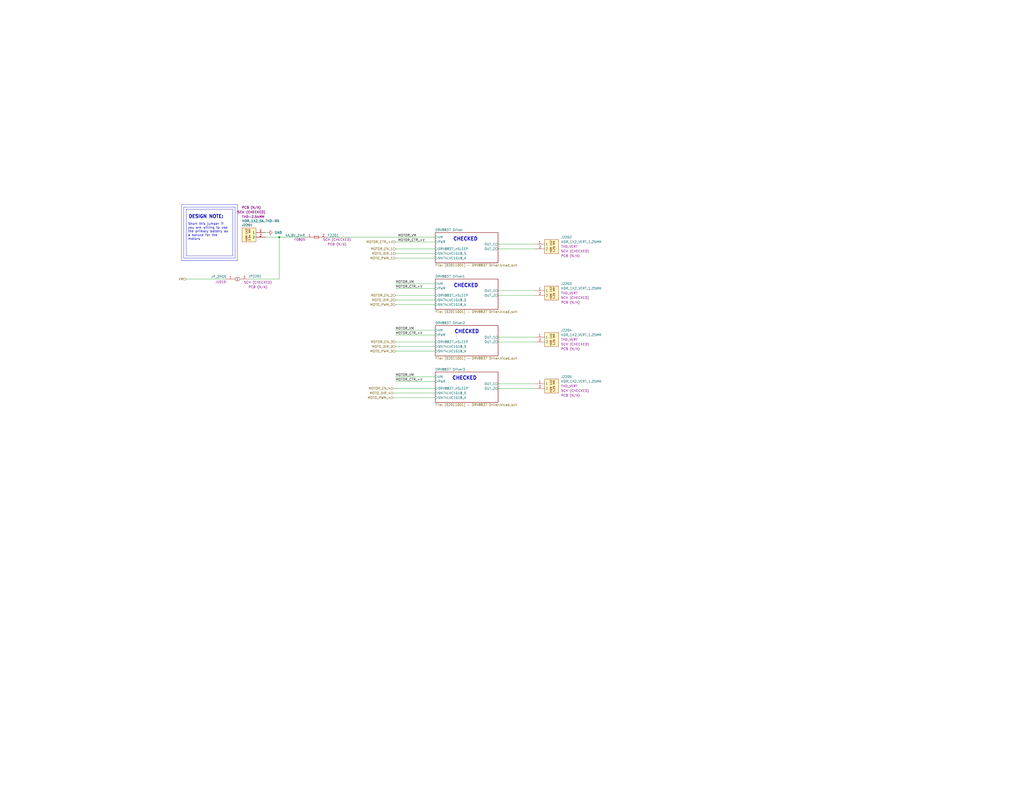
<source format=kicad_sch>
(kicad_sch (version 20231120) (generator "eeschema") (generator_version "8.0")
  (paper "C")
  (title_block (title "_HW_Quadcopter") (date "2024-03-27") (rev "01") (company "Mend0z0") (comment 1 "01") (comment 2 "RELEASED") (comment 3 "Siavash Taher Parvar") (comment 8 "N/A") (comment 9 "First Version"))
  (lib_symbols
    (symbol "_SCHLIB_Qcopter:CONN_HDR_1X2_5A_RA_THD-2.54MM"
      (property "Reference" "J" (at 3.556 4.064 0))
      (property "Value" "HDR_1X2_5A_THD-RA" (at 3.81 6.604 0))
      (property "Package" "THD-2.54MM" (at 3.81 35.306 0))
      (property "SCH CHECK" "SCH (CHECKED)" (at 3.81 29.972 0))
      (property "PCB CHECK" "PCB (N/A)" (at 3.81 32.512 0))
      (symbol "CONN_HDR_1X2_5A_RA_THD-2.54MM_1_1"
        (rectangle (start 0 0) (end 7.62 -7.62) (fill (type background)))
        (text "HDR 1X2\n2.54 MM" (at 4.318 -3.81 900) (effects (font (size 1.016 1.016))))
        (pin passive line (at -5.08 -2.54 0) (length 5.08) (name "1") (number "1"))
        (pin passive line (at -5.08 -5.08 0) (length 5.08) (name "2") (number "2"))
      )
    )
    (symbol "_SCHLIB_Qcopter:CONN_HDR_1X2_VERT_THD-1.25MM"
      (property "Reference" "J" (at 3.556 4.064 0))
      (property "Value" "HDR_1X2_VERT_1.25MM" (at 3.81 6.604 0))
      (property "Package" "THD_VERT" (at 3.556 35.306 0))
      (property "SCH CHECK" "SCH (CHECKED)" (at 3.556 29.972 0))
      (property "PCB CHECK" "PCB (N/A)" (at 3.556 32.512 0))
      (symbol "CONN_HDR_1X2_VERT_THD-1.25MM_1_1"
        (rectangle (start 0 0) (end 7.62 -7.62) (fill (type background)))
        (text "HDR 1X2\n1.25 MM" (at 4.318 -3.81 900) (effects (font (size 1.016 1.016))))
        (pin passive line (at -5.08 -2.54 0) (length 5.08) (name "1") (number "1"))
        (pin passive line (at -5.08 -5.08 0) (length 5.08) (name "2") (number "2"))
      )
    )
    (symbol "_SCHLIB_Qcopter:FUSE_PTC_PTSLR08058V400_4A_8A_8V_F0805"
      (property "Reference" "F" (at 3.556 4.064 0))
      (property "Value" "4A_8V_2mR" (at 3.81 6.604 0))
      (property "Package" "F0805" (at 3.556 35.306 0))
      (property "SCH CHECK" "SCH (CHECKED)" (at 3.556 29.972 0))
      (property "PCB CHECK" "PCB (N/A)" (at 3.556 32.512 0))
      (symbol "FUSE_PTC_PTSLR08058V400_4A_8A_8V_F0805_0_1"
        (polyline (pts (xy 5.08 0) (xy 7.62 0)))
        (polyline (pts (xy 5.08 0.635) (xy 7.62 0.635) (xy 7.62 -0.635) (xy 5.08 -0.635) (xy 5.08 0.635)))
      )
      (symbol "FUSE_PTC_PTSLR08058V400_4A_8A_8V_F0805_1_1"
        (pin passive line (at 0 0 0) (length 5.08) (name "") (number "1"))
        (pin passive line (at 12.7 0 180) (length 5.08) (name "") (number "2"))
      )
    )
    (symbol "_SCHLIB_Qcopter:MECH_JUMPER_2POS_J1015" (in_bom no)
      (property "Reference" "JP" (at 3.556 4.064 0))
      (property "Value" "JP_2POS" (at 3.81 6.604 0))
      (property "Package" "J1015" (at 3.81 35.306 0))
      (property "SCH CHECK" "SCH (CHECKED)" (at 3.81 29.972 0))
      (property "PCB CHECK" "PCB (N/A)" (at 3.81 32.512 0))
      (symbol "MECH_JUMPER_2POS_J1015_0_1"
        (polyline (pts (xy 6.096 1.016) (xy 6.096 -1.016)))
        (polyline (pts (xy 6.604 1.016) (xy 6.604 -1.016)))
        (arc (start 6.096 1.016) (mid 5.08 0) (end 6.096 -1.016))
        (arc (start 6.604 -1.016) (mid 7.62 0) (end 6.604 1.016))
      )
      (symbol "MECH_JUMPER_2POS_J1015_1_1"
        (pin passive line (at 0 0 0) (length 5.08) (name "") (number "1"))
        (pin passive line (at 12.7 0 180) (length 5.08) (name "") (number "2"))
      )
    )
    (symbol "power:GND" (power) (pin_numbers hide) (pin_names (offset 0) hide)
      (property "Value" "GND" (at 0 -3.81 0))
      (symbol "GND_0_1"
        (polyline (pts (xy 0 0) (xy 0 -1.27) (xy 1.27 -1.27) (xy 0 -2.54) (xy -1.27 -1.27) (xy 0 -1.27)))
      )
      (symbol "GND_1_1"
        (pin power_in line (at 0 0 270) (length 0) (name "~") (number "1"))
      )
    )
  )
  (junction (at 152.4 129.54))
  (polyline (pts (xy 99.06 111.76) (xy 129.54 111.76)))
  (wire (pts (xy 179.07 129.54) (xy 237.49 129.54)))
  (wire (pts (xy 135.89 152.4) (xy 152.4 152.4)))
  (wire (pts (xy 271.78 158.75) (xy 292.1 158.75)))
  (wire (pts (xy 215.9 135.89) (xy 237.49 135.89)))
  (wire (pts (xy 215.9 186.69) (xy 237.49 186.69)))
  (wire (pts (xy 215.9 138.43) (xy 237.49 138.43)))
  (wire (pts (xy 215.9 163.83) (xy 237.49 163.83)))
  (wire (pts (xy 215.9 132.08) (xy 237.49 132.08)))
  (polyline (pts (xy 99.06 142.24) (xy 129.54 142.24)))
  (wire (pts (xy 215.9 189.23) (xy 237.49 189.23)))
  (polyline (pts (xy 100.33 113.03) (xy 128.27 113.03)))
  (polyline (pts (xy 128.27 140.97) (xy 100.33 140.97)))
  (polyline (pts (xy 100.33 113.03) (xy 100.33 140.97)))
  (wire (pts (xy 215.9 191.77) (xy 237.49 191.77)))
  (wire (pts (xy 215.9 157.48) (xy 237.49 157.48)))
  (wire (pts (xy 215.9 161.29) (xy 237.49 161.29)))
  (polyline (pts (xy 128.27 113.03) (xy 128.27 140.97)))
  (wire (pts (xy 214.63 214.63) (xy 237.49 214.63)))
  (wire (pts (xy 271.78 135.89) (xy 292.1 135.89)))
  (wire (pts (xy 292.1 184.15) (xy 271.78 184.15)))
  (wire (pts (xy 214.63 217.17) (xy 237.49 217.17)))
  (wire (pts (xy 215.9 140.97) (xy 237.49 140.97)))
  (wire (pts (xy 152.4 152.4) (xy 152.4 129.54)))
  (wire (pts (xy 271.78 212.09) (xy 292.1 212.09)))
  (wire (pts (xy 215.9 182.88) (xy 237.49 182.88)))
  (wire (pts (xy 214.63 212.09) (xy 237.49 212.09)))
  (wire (pts (xy 144.78 127) (xy 146.05 127)))
  (wire (pts (xy 237.49 154.94) (xy 215.9 154.94)))
  (wire (pts (xy 237.49 180.34) (xy 215.9 180.34)))
  (wire (pts (xy 271.78 161.29) (xy 292.1 161.29)))
  (polyline (pts (xy 99.06 111.76) (xy 99.06 142.24)))
  (wire (pts (xy 152.4 129.54) (xy 144.78 129.54)))
  (wire (pts (xy 123.19 152.4) (xy 101.6 152.4)))
  (wire (pts (xy 237.49 205.74) (xy 215.9 205.74)))
  (wire (pts (xy 215.9 166.37) (xy 237.49 166.37)))
  (wire (pts (xy 271.78 209.55) (xy 292.1 209.55)))
  (wire (pts (xy 271.78 186.69) (xy 292.1 186.69)))
  (wire (pts (xy 215.9 208.28) (xy 237.49 208.28)))
  (polyline (pts (xy 129.54 111.76) (xy 129.54 142.24)))
  (wire (pts (xy 271.78 133.35) (xy 292.1 133.35)))
  (wire (pts (xy 152.4 129.54) (xy 166.37 129.54)))
  (text_box "\n\n\nShort this jumper if you are willing to use the primary battery as a soruce for the motors" (at 101.6 114.3 0) (size 25.4 25.4) (effects (font (size 1.27 1.27)) (justify left top)))
  (text "CHECKED" (at 253.492 206.502 0) (effects (font (size 1.905 1.905) (thickness 0.381) (bold yes))))
  (text "DESIGN NOTE:" (at 102.87 119.38 0) (effects (font (size 1.8 1.8) (bold yes)) (justify left bottom)))
  (text "CHECKED" (at 254 130.556 0) (effects (font (size 1.905 1.905) (thickness 0.381) (bold yes))))
  (text "CHECKED" (at 254.762 181.102 0) (effects (font (size 1.905 1.905) (thickness 0.381) (bold yes))))
  (text "CHECKED" (at 254.254 155.956 0) (effects (font (size 1.905 1.905) (thickness 0.381) (bold yes))))
  (label "MOTOR_VM" (at 215.9 180.34 0))
  (label "MOTOR_VM" (at 217.17 129.54 0))
  (label "MOTOR_CTR_+V" (at 215.9 208.28 0))
  (label "MOTOR_CTR_+V" (at 215.9 157.48 0))
  (label "MOTOR_VM" (at 215.9 154.94 0))
  (label "MOTOR_CTR_+V" (at 217.17 132.08 0))
  (label "MOTOR_VM" (at 215.9 205.74 0))
  (label "MOTOR_CTR_+V" (at 215.9 182.88 0))
  (hierarchical_label "VM" (shape input) (at 101.6 152.4 180))
  (hierarchical_label "MOTOR_EN_2" (shape input) (at 215.9 161.29 180))
  (hierarchical_label "MOTOR_CTR_+V" (shape input) (at 215.9 132.08 180))
  (hierarchical_label "MOTO_DIR_3" (shape input) (at 215.9 189.23 180))
  (hierarchical_label "MOTO_PWM_2" (shape input) (at 215.9 166.37 180))
  (hierarchical_label "MOTO_DIR_2" (shape input) (at 215.9 163.83 180))
  (hierarchical_label "MOTO_PWM_1" (shape input) (at 215.9 140.97 180))
  (hierarchical_label "MOTOR_EN_4" (shape input) (at 214.63 212.09 180))
  (hierarchical_label "MOTOR_EN_3" (shape input) (at 215.9 186.69 180))
  (hierarchical_label "MOTO_PWM_4" (shape input) (at 214.63 217.17 180))
  (hierarchical_label "MOTO_PWM_3" (shape input) (at 215.9 191.77 180))
  (hierarchical_label "MOTO_DIR_1" (shape input) (at 215.9 138.43 180))
  (hierarchical_label "MOTO_DIR_4" (shape input) (at 214.63 214.63 180))
  (hierarchical_label "MOTOR_EN_1" (shape input) (at 215.9 135.89 180))
  (symbol (lib_id "_SCHLIB_Qcopter:CONN_HDR_1X2_5A_RA_THD-2.54MM") (at 139.7 124.46 0) (mirror y) (unit 1)
    (property "Reference" "J2201" (at 134.874 122.936 0))
    (property "Value" "HDR_1X2_5A_THD-RA" (at 142.24 120.65 0))
    (property "Footprint" "Connector_PinHeader_2.54mm:PinHeader_1x02_P2.54mm_Horizontal" (effects (hide yes)))
    (property "Datasheet" "https://mm.digikey.com/Volume0/opasdata/d220001/medias/docus/386/SWR25X-NRTC-Sxx-Rx-BA.pdf" (effects (hide yes)))
    (property "Description" "Connector Header Through Hole, Right Angle 2 position 0.100\" (2.54mm)" (effects (hide yes)))
    (property "Package" "THD-2.54MM" (at 138.176 118.364 0))
    (property "Part Number (Manufacturer)" "SWR25X-NRTC-S02-RB-BA" (effects (hide yes)))
    (property "Manufacturer" "Sullins Connector Solutions" (effects (hide yes)))
    (property "Part Number (Vendor)" "S9499-ND" (effects (hide yes)))
    (property "Vendor" "Digikey" (effects (hide yes)))
    (property "Purchase Link" "https://www.digikey.ca/en/products/detail/sullins-connector-solutions/SWR25X-NRTC-S02-RB-BA/2769660" (effects (hide yes)))
    (property "SCH CHECK" "SCH (CHECKED)" (at 137.16 115.824 0))
    (property "PCB CHECK" "PCB (N/A)" (at 137.16 113.284 0))
  )
  (symbol (lib_id "_SCHLIB_Qcopter:CONN_HDR_1X2_VERT_THD-1.25MM") (at 297.18 130.81 0) (unit 1)
    (property "Reference" "J2202" (at 306.07 129.5399 0) (effects (justify left)))
    (property "Value" "HDR_1X2_VERT_1.25MM" (at 306.07 132.0799 0) (effects (justify left)))
    (property "Footprint" "_PCBLIB_Qcopter:Hirose_DF13-02P-1.25DSA_1x02_P1.25mm_Vertical" (effects (hide yes)))
    (property "Datasheet" "https://cdn.amphenol-cs.com/media/wysiwyg/files/documentation/datasheet/boardwiretoboard/bwb_1.25mm_wtb.pdf" (effects (hide yes)))
    (property "Description" "Connector Header Through Hole 2 position 0.049\" (1.25mm)" (effects (hide yes)))
    (property "Package" "THD_VERT" (at 306.07 134.6199 0) (effects (justify left)))
    (property "Part Number (Manufacturer)" "10114829-10102LF" (effects (hide yes)))
    (property "Manufacturer" "Amphenol ICC (FCI)" (effects (hide yes)))
    (property "Part Number (Vendor)" "609-4383-2-ND" (effects (hide yes)))
    (property "Vendor" "Digikey" (effects (hide yes)))
    (property "Purchase Link" "https://www.digikey.ca/en/products/detail/amphenol-cs-fci/10114829-10102LF/2658929" (effects (hide yes)))
    (property "SCH CHECK" "SCH (CHECKED)" (at 306.07 137.1599 0) (effects (justify left)))
    (property "PCB CHECK" "PCB (N/A)" (at 306.07 139.6999 0) (effects (justify left)))
  )
  (symbol (lib_id "_SCHLIB_Qcopter:MECH_JUMPER_2POS_J1015") (at 123.19 152.4 0) (unit 1) (in_bom no)
    (property "Reference" "JP2201" (at 139.192 150.876 0))
    (property "Value" "JP_2POS" (at 119.38 151.13 0))
    (property "Footprint" "Jumper:SolderJumper-2_P1.3mm_Open_TrianglePad1.0x1.5mm" (effects (hide yes)))
    (property "Datasheet" "N/A" (effects (hide yes)))
    (property "Description" "Jumper, 2POS, J1015" (effects (hide yes)))
    (property "Package" "J1015" (at 120.396 153.924 0))
    (property "Part Number (Manufacturer)" "N/A" (effects (hide yes)))
    (property "Manufacturer" "N/A" (effects (hide yes)))
    (property "Part Number (Vendor)" "N/A" (effects (hide yes)))
    (property "Vendor" "N/A" (effects (hide yes)))
    (property "Purchase Link" "N/A" (effects (hide yes)))
    (property "SCH CHECK" "SCH (CHECKED)" (at 140.716 154.178 0))
    (property "PCB CHECK" "PCB (N/A)" (at 140.716 156.718 0))
  )
  (symbol (lib_id "_SCHLIB_Qcopter:FUSE_PTC_PTSLR08058V400_4A_8A_8V_F0805") (at 166.37 129.54 0) (unit 1)
    (property "Reference" "F2201" (at 181.864 128.524 0))
    (property "Value" "4A_8V_2mR" (at 161.036 128.524 0))
    (property "Footprint" "Fuse:Fuse_0805_2012Metric" (effects (hide yes)))
    (property "Datasheet" "https://www.eaton.com/content/dam/eaton/products/electronic-components/resources/data-sheet/eaton-ptslr0805-surface-mount-resettable-fuse-data-sheet.pdf" (effects (hide yes)))
    (property "Description" "PTC Resettable Fuse 8V 4 A Ih Surface Mount 0805 (2012 Metric), Concave" (effects (hide yes)))
    (property "Package" "F0805" (at 163.576 130.81 0))
    (property "Part Number (Manufacturer)" "PTSLR08058V400" (effects (hide yes)))
    (property "Manufacturer" "Eaton - Electronics Division" (effects (hide yes)))
    (property "Part Number (Vendor)" "283-PTSLR08058V400TR-ND" (effects (hide yes)))
    (property "Vendor" "Digikey" (effects (hide yes)))
    (property "Purchase Link" "https://www.digikey.ca/en/products/detail/eaton-electronics-division/PTSLR08058V400/15193511" (effects (hide yes)))
    (property "SCH CHECK" "SCH (CHECKED)" (at 183.896 130.81 0))
    (property "PCB CHECK" "PCB (N/A)" (at 183.896 133.35 0))
  )
  (symbol (lib_id "power:GND") (at 146.05 127 90) (unit 1)
    (property "Reference" "#PWR02201" (effects (hide yes)))
    (property "Value" "GND" (at 149.86 126.9999 90) (effects (justify right)))
    (property "Description" "Power symbol creates a global label with name \"GND\" , ground" (effects (hide yes)))
  )
  (symbol (lib_id "_SCHLIB_Qcopter:CONN_HDR_1X2_VERT_THD-1.25MM") (at 297.18 156.21 0) (unit 1)
    (property "Reference" "J2203" (at 306.07 154.9399 0) (effects (justify left)))
    (property "Value" "HDR_1X2_VERT_1.25MM" (at 306.07 157.4799 0) (effects (justify left)))
    (property "Footprint" "_PCBLIB_Qcopter:Hirose_DF13-02P-1.25DSA_1x02_P1.25mm_Vertical" (effects (hide yes)))
    (property "Datasheet" "https://cdn.amphenol-cs.com/media/wysiwyg/files/documentation/datasheet/boardwiretoboard/bwb_1.25mm_wtb.pdf" (effects (hide yes)))
    (property "Description" "Connector Header Through Hole 2 position 0.049\" (1.25mm)" (effects (hide yes)))
    (property "Package" "THD_VERT" (at 306.07 160.0199 0) (effects (justify left)))
    (property "Part Number (Manufacturer)" "10114829-10102LF" (effects (hide yes)))
    (property "Manufacturer" "Amphenol ICC (FCI)" (effects (hide yes)))
    (property "Part Number (Vendor)" "609-4383-2-ND" (effects (hide yes)))
    (property "Vendor" "Digikey" (effects (hide yes)))
    (property "Purchase Link" "https://www.digikey.ca/en/products/detail/amphenol-cs-fci/10114829-10102LF/2658929" (effects (hide yes)))
    (property "SCH CHECK" "SCH (CHECKED)" (at 306.07 162.5599 0) (effects (justify left)))
    (property "PCB CHECK" "PCB (N/A)" (at 306.07 165.0999 0) (effects (justify left)))
  )
  (symbol (lib_id "_SCHLIB_Qcopter:CONN_HDR_1X2_VERT_THD-1.25MM") (at 297.18 181.61 0) (unit 1)
    (property "Reference" "J2204" (at 306.07 180.3399 0) (effects (justify left)))
    (property "Value" "HDR_1X2_VERT_1.25MM" (at 306.07 182.8799 0) (effects (justify left)))
    (property "Footprint" "_PCBLIB_Qcopter:Hirose_DF13-02P-1.25DSA_1x02_P1.25mm_Vertical" (effects (hide yes)))
    (property "Datasheet" "https://cdn.amphenol-cs.com/media/wysiwyg/files/documentation/datasheet/boardwiretoboard/bwb_1.25mm_wtb.pdf" (effects (hide yes)))
    (property "Description" "Connector Header Through Hole 2 position 0.049\" (1.25mm)" (effects (hide yes)))
    (property "Package" "THD_VERT" (at 306.07 185.4199 0) (effects (justify left)))
    (property "Part Number (Manufacturer)" "10114829-10102LF" (effects (hide yes)))
    (property "Manufacturer" "Amphenol ICC (FCI)" (effects (hide yes)))
    (property "Part Number (Vendor)" "609-4383-2-ND" (effects (hide yes)))
    (property "Vendor" "Digikey" (effects (hide yes)))
    (property "Purchase Link" "https://www.digikey.ca/en/products/detail/amphenol-cs-fci/10114829-10102LF/2658929" (effects (hide yes)))
    (property "SCH CHECK" "SCH (CHECKED)" (at 306.07 187.9599 0) (effects (justify left)))
    (property "PCB CHECK" "PCB (N/A)" (at 306.07 190.4999 0) (effects (justify left)))
  )
  (symbol (lib_id "_SCHLIB_Qcopter:CONN_HDR_1X2_VERT_THD-1.25MM") (at 297.18 207.01 0) (unit 1)
    (property "Reference" "J2205" (at 306.07 205.7399 0) (effects (justify left)))
    (property "Value" "HDR_1X2_VERT_1.25MM" (at 306.07 208.2799 0) (effects (justify left)))
    (property "Footprint" "_PCBLIB_Qcopter:Hirose_DF13-02P-1.25DSA_1x02_P1.25mm_Vertical" (effects (hide yes)))
    (property "Datasheet" "https://cdn.amphenol-cs.com/media/wysiwyg/files/documentation/datasheet/boardwiretoboard/bwb_1.25mm_wtb.pdf" (effects (hide yes)))
    (property "Description" "Connector Header Through Hole 2 position 0.049\" (1.25mm)" (effects (hide yes)))
    (property "Package" "THD_VERT" (at 306.07 210.8199 0) (effects (justify left)))
    (property "Part Number (Manufacturer)" "10114829-10102LF" (effects (hide yes)))
    (property "Manufacturer" "Amphenol ICC (FCI)" (effects (hide yes)))
    (property "Part Number (Vendor)" "609-4383-2-ND" (effects (hide yes)))
    (property "Vendor" "Digikey" (effects (hide yes)))
    (property "Purchase Link" "https://www.digikey.ca/en/products/detail/amphenol-cs-fci/10114829-10102LF/2658929" (effects (hide yes)))
    (property "SCH CHECK" "SCH (CHECKED)" (at 306.07 213.3599 0) (effects (justify left)))
    (property "PCB CHECK" "PCB (N/A)" (at 306.07 215.8999 0) (effects (justify left)))
  )
  (sheet (at 237.49 152.4) (size 34.29 16.51) (stroke (width 0.1524))
    (property "Sheetname" "DRV8837 Driver1" (at 237.49 151.6884 0) (effects (justify left bottom)))
    (property "Sheetfile" "[02011001] - DRV8837 Driver.kicad_sch" (at 237.49 169.4946 0) (effects (justify left top)))
    (pin "SN74LVC1G18_S" input (at 237.49 163.83 180))
    (pin "SN74LVC1G18_A" input (at 237.49 166.37 180))
    (pin "OUT_2" output (at 271.78 161.29 0))
    (pin "OUT_1" output (at 271.78 158.75 0))
    (pin "DRV8837_nSLEEP" input (at 237.49 161.29 180))
    (pin "PWR" input (at 237.49 157.48 180))
    (pin "VM" input (at 237.49 154.94 180))
  )
  (sheet (at 237.49 177.8) (size 34.29 16.51) (stroke (width 0.1524))
    (property "Sheetname" "DRV8837 Driver2" (at 237.49 177.0884 0) (effects (justify left bottom)))
    (property "Sheetfile" "[02011001] - DRV8837 Driver.kicad_sch" (at 237.49 194.8946 0) (effects (justify left top)))
    (pin "SN74LVC1G18_S" input (at 237.49 189.23 180))
    (pin "SN74LVC1G18_A" input (at 237.49 191.77 180))
    (pin "OUT_2" output (at 271.78 186.69 0))
    (pin "OUT_1" output (at 271.78 184.15 0))
    (pin "DRV8837_nSLEEP" input (at 237.49 186.69 180))
    (pin "PWR" input (at 237.49 182.88 180))
    (pin "VM" input (at 237.49 180.34 180))
  )
  (sheet (at 237.49 127) (size 34.29 16.51) (stroke (width 0.1524))
    (property "Sheetname" "DRV8837 Driver" (at 237.49 126.2884 0) (effects (justify left bottom)))
    (property "Sheetfile" "[02011001] - DRV8837 Driver.kicad_sch" (at 237.49 144.0946 0) (effects (justify left top)))
    (pin "SN74LVC1G18_S" input (at 237.49 138.43 180))
    (pin "SN74LVC1G18_A" input (at 237.49 140.97 180))
    (pin "OUT_2" output (at 271.78 135.89 0))
    (pin "OUT_1" output (at 271.78 133.35 0))
    (pin "DRV8837_nSLEEP" input (at 237.49 135.89 180))
    (pin "PWR" input (at 237.49 132.08 180))
    (pin "VM" input (at 237.49 129.54 180))
  )
  (sheet (at 237.49 203.2) (size 34.29 16.51) (stroke (width 0.1524))
    (property "Sheetname" "DRV8837 Driver3" (at 237.49 202.4884 0) (effects (justify left bottom)))
    (property "Sheetfile" "[02011001] - DRV8837 Driver.kicad_sch" (at 237.49 220.2946 0) (effects (justify left top)))
    (pin "SN74LVC1G18_S" input (at 237.49 214.63 180))
    (pin "SN74LVC1G18_A" input (at 237.49 217.17 180))
    (pin "OUT_2" output (at 271.78 212.09 0))
    (pin "OUT_1" output (at 271.78 209.55 0))
    (pin "DRV8837_nSLEEP" input (at 237.49 212.09 180))
    (pin "PWR" input (at 237.49 208.28 180))
    (pin "VM" input (at 237.49 205.74 180))
  )
)
</source>
